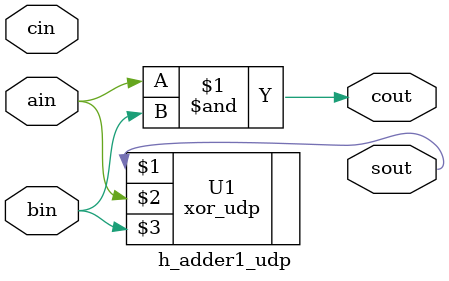
<source format=v>
module h_adder1_udp(
	input ain,bin,cin,
	output sout,cout
	);
	
	//main code
	xor_udp U1(sout,ain,bin);
	and U2(cout,ain,bin);
	
endmodule

</source>
